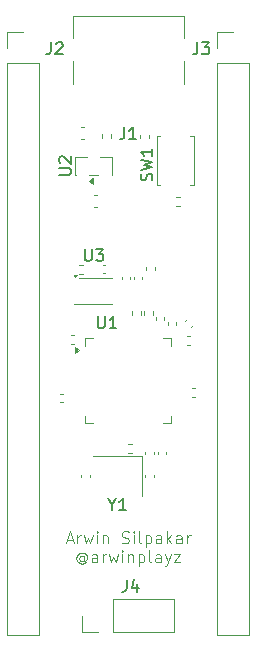
<source format=gbr>
%TF.GenerationSoftware,KiCad,Pcbnew,9.0.6*%
%TF.CreationDate,2025-12-19T19:37:15+11:00*%
%TF.ProjectId,Devboard,44657662-6f61-4726-942e-6b696361645f,rev?*%
%TF.SameCoordinates,Original*%
%TF.FileFunction,Legend,Top*%
%TF.FilePolarity,Positive*%
%FSLAX46Y46*%
G04 Gerber Fmt 4.6, Leading zero omitted, Abs format (unit mm)*
G04 Created by KiCad (PCBNEW 9.0.6) date 2025-12-19 19:37:15*
%MOMM*%
%LPD*%
G01*
G04 APERTURE LIST*
%ADD10C,0.100000*%
%ADD11C,0.150000*%
%ADD12C,0.120000*%
G04 APERTURE END LIST*
D10*
X155309523Y-132976760D02*
X155785713Y-132976760D01*
X155214285Y-133262475D02*
X155547618Y-132262475D01*
X155547618Y-132262475D02*
X155880951Y-133262475D01*
X156214285Y-133262475D02*
X156214285Y-132595808D01*
X156214285Y-132786284D02*
X156261904Y-132691046D01*
X156261904Y-132691046D02*
X156309523Y-132643427D01*
X156309523Y-132643427D02*
X156404761Y-132595808D01*
X156404761Y-132595808D02*
X156499999Y-132595808D01*
X156738095Y-132595808D02*
X156928571Y-133262475D01*
X156928571Y-133262475D02*
X157119047Y-132786284D01*
X157119047Y-132786284D02*
X157309523Y-133262475D01*
X157309523Y-133262475D02*
X157499999Y-132595808D01*
X157880952Y-133262475D02*
X157880952Y-132595808D01*
X157880952Y-132262475D02*
X157833333Y-132310094D01*
X157833333Y-132310094D02*
X157880952Y-132357713D01*
X157880952Y-132357713D02*
X157928571Y-132310094D01*
X157928571Y-132310094D02*
X157880952Y-132262475D01*
X157880952Y-132262475D02*
X157880952Y-132357713D01*
X158357142Y-132595808D02*
X158357142Y-133262475D01*
X158357142Y-132691046D02*
X158404761Y-132643427D01*
X158404761Y-132643427D02*
X158499999Y-132595808D01*
X158499999Y-132595808D02*
X158642856Y-132595808D01*
X158642856Y-132595808D02*
X158738094Y-132643427D01*
X158738094Y-132643427D02*
X158785713Y-132738665D01*
X158785713Y-132738665D02*
X158785713Y-133262475D01*
X159976190Y-133214856D02*
X160119047Y-133262475D01*
X160119047Y-133262475D02*
X160357142Y-133262475D01*
X160357142Y-133262475D02*
X160452380Y-133214856D01*
X160452380Y-133214856D02*
X160499999Y-133167236D01*
X160499999Y-133167236D02*
X160547618Y-133071998D01*
X160547618Y-133071998D02*
X160547618Y-132976760D01*
X160547618Y-132976760D02*
X160499999Y-132881522D01*
X160499999Y-132881522D02*
X160452380Y-132833903D01*
X160452380Y-132833903D02*
X160357142Y-132786284D01*
X160357142Y-132786284D02*
X160166666Y-132738665D01*
X160166666Y-132738665D02*
X160071428Y-132691046D01*
X160071428Y-132691046D02*
X160023809Y-132643427D01*
X160023809Y-132643427D02*
X159976190Y-132548189D01*
X159976190Y-132548189D02*
X159976190Y-132452951D01*
X159976190Y-132452951D02*
X160023809Y-132357713D01*
X160023809Y-132357713D02*
X160071428Y-132310094D01*
X160071428Y-132310094D02*
X160166666Y-132262475D01*
X160166666Y-132262475D02*
X160404761Y-132262475D01*
X160404761Y-132262475D02*
X160547618Y-132310094D01*
X160976190Y-133262475D02*
X160976190Y-132595808D01*
X160976190Y-132262475D02*
X160928571Y-132310094D01*
X160928571Y-132310094D02*
X160976190Y-132357713D01*
X160976190Y-132357713D02*
X161023809Y-132310094D01*
X161023809Y-132310094D02*
X160976190Y-132262475D01*
X160976190Y-132262475D02*
X160976190Y-132357713D01*
X161595237Y-133262475D02*
X161499999Y-133214856D01*
X161499999Y-133214856D02*
X161452380Y-133119617D01*
X161452380Y-133119617D02*
X161452380Y-132262475D01*
X161976190Y-132595808D02*
X161976190Y-133595808D01*
X161976190Y-132643427D02*
X162071428Y-132595808D01*
X162071428Y-132595808D02*
X162261904Y-132595808D01*
X162261904Y-132595808D02*
X162357142Y-132643427D01*
X162357142Y-132643427D02*
X162404761Y-132691046D01*
X162404761Y-132691046D02*
X162452380Y-132786284D01*
X162452380Y-132786284D02*
X162452380Y-133071998D01*
X162452380Y-133071998D02*
X162404761Y-133167236D01*
X162404761Y-133167236D02*
X162357142Y-133214856D01*
X162357142Y-133214856D02*
X162261904Y-133262475D01*
X162261904Y-133262475D02*
X162071428Y-133262475D01*
X162071428Y-133262475D02*
X161976190Y-133214856D01*
X163309523Y-133262475D02*
X163309523Y-132738665D01*
X163309523Y-132738665D02*
X163261904Y-132643427D01*
X163261904Y-132643427D02*
X163166666Y-132595808D01*
X163166666Y-132595808D02*
X162976190Y-132595808D01*
X162976190Y-132595808D02*
X162880952Y-132643427D01*
X163309523Y-133214856D02*
X163214285Y-133262475D01*
X163214285Y-133262475D02*
X162976190Y-133262475D01*
X162976190Y-133262475D02*
X162880952Y-133214856D01*
X162880952Y-133214856D02*
X162833333Y-133119617D01*
X162833333Y-133119617D02*
X162833333Y-133024379D01*
X162833333Y-133024379D02*
X162880952Y-132929141D01*
X162880952Y-132929141D02*
X162976190Y-132881522D01*
X162976190Y-132881522D02*
X163214285Y-132881522D01*
X163214285Y-132881522D02*
X163309523Y-132833903D01*
X163785714Y-133262475D02*
X163785714Y-132262475D01*
X163880952Y-132881522D02*
X164166666Y-133262475D01*
X164166666Y-132595808D02*
X163785714Y-132976760D01*
X165023809Y-133262475D02*
X165023809Y-132738665D01*
X165023809Y-132738665D02*
X164976190Y-132643427D01*
X164976190Y-132643427D02*
X164880952Y-132595808D01*
X164880952Y-132595808D02*
X164690476Y-132595808D01*
X164690476Y-132595808D02*
X164595238Y-132643427D01*
X165023809Y-133214856D02*
X164928571Y-133262475D01*
X164928571Y-133262475D02*
X164690476Y-133262475D01*
X164690476Y-133262475D02*
X164595238Y-133214856D01*
X164595238Y-133214856D02*
X164547619Y-133119617D01*
X164547619Y-133119617D02*
X164547619Y-133024379D01*
X164547619Y-133024379D02*
X164595238Y-132929141D01*
X164595238Y-132929141D02*
X164690476Y-132881522D01*
X164690476Y-132881522D02*
X164928571Y-132881522D01*
X164928571Y-132881522D02*
X165023809Y-132833903D01*
X165500000Y-133262475D02*
X165500000Y-132595808D01*
X165500000Y-132786284D02*
X165547619Y-132691046D01*
X165547619Y-132691046D02*
X165595238Y-132643427D01*
X165595238Y-132643427D02*
X165690476Y-132595808D01*
X165690476Y-132595808D02*
X165785714Y-132595808D01*
X156785713Y-134396228D02*
X156738094Y-134348609D01*
X156738094Y-134348609D02*
X156642856Y-134300990D01*
X156642856Y-134300990D02*
X156547618Y-134300990D01*
X156547618Y-134300990D02*
X156452380Y-134348609D01*
X156452380Y-134348609D02*
X156404761Y-134396228D01*
X156404761Y-134396228D02*
X156357142Y-134491466D01*
X156357142Y-134491466D02*
X156357142Y-134586704D01*
X156357142Y-134586704D02*
X156404761Y-134681942D01*
X156404761Y-134681942D02*
X156452380Y-134729561D01*
X156452380Y-134729561D02*
X156547618Y-134777180D01*
X156547618Y-134777180D02*
X156642856Y-134777180D01*
X156642856Y-134777180D02*
X156738094Y-134729561D01*
X156738094Y-134729561D02*
X156785713Y-134681942D01*
X156785713Y-134300990D02*
X156785713Y-134681942D01*
X156785713Y-134681942D02*
X156833332Y-134729561D01*
X156833332Y-134729561D02*
X156880951Y-134729561D01*
X156880951Y-134729561D02*
X156976190Y-134681942D01*
X156976190Y-134681942D02*
X157023809Y-134586704D01*
X157023809Y-134586704D02*
X157023809Y-134348609D01*
X157023809Y-134348609D02*
X156928571Y-134205752D01*
X156928571Y-134205752D02*
X156785713Y-134110514D01*
X156785713Y-134110514D02*
X156595237Y-134062895D01*
X156595237Y-134062895D02*
X156404761Y-134110514D01*
X156404761Y-134110514D02*
X156261904Y-134205752D01*
X156261904Y-134205752D02*
X156166666Y-134348609D01*
X156166666Y-134348609D02*
X156119047Y-134539085D01*
X156119047Y-134539085D02*
X156166666Y-134729561D01*
X156166666Y-134729561D02*
X156261904Y-134872419D01*
X156261904Y-134872419D02*
X156404761Y-134967657D01*
X156404761Y-134967657D02*
X156595237Y-135015276D01*
X156595237Y-135015276D02*
X156785713Y-134967657D01*
X156785713Y-134967657D02*
X156928571Y-134872419D01*
X157880951Y-134872419D02*
X157880951Y-134348609D01*
X157880951Y-134348609D02*
X157833332Y-134253371D01*
X157833332Y-134253371D02*
X157738094Y-134205752D01*
X157738094Y-134205752D02*
X157547618Y-134205752D01*
X157547618Y-134205752D02*
X157452380Y-134253371D01*
X157880951Y-134824800D02*
X157785713Y-134872419D01*
X157785713Y-134872419D02*
X157547618Y-134872419D01*
X157547618Y-134872419D02*
X157452380Y-134824800D01*
X157452380Y-134824800D02*
X157404761Y-134729561D01*
X157404761Y-134729561D02*
X157404761Y-134634323D01*
X157404761Y-134634323D02*
X157452380Y-134539085D01*
X157452380Y-134539085D02*
X157547618Y-134491466D01*
X157547618Y-134491466D02*
X157785713Y-134491466D01*
X157785713Y-134491466D02*
X157880951Y-134443847D01*
X158357142Y-134872419D02*
X158357142Y-134205752D01*
X158357142Y-134396228D02*
X158404761Y-134300990D01*
X158404761Y-134300990D02*
X158452380Y-134253371D01*
X158452380Y-134253371D02*
X158547618Y-134205752D01*
X158547618Y-134205752D02*
X158642856Y-134205752D01*
X158880952Y-134205752D02*
X159071428Y-134872419D01*
X159071428Y-134872419D02*
X159261904Y-134396228D01*
X159261904Y-134396228D02*
X159452380Y-134872419D01*
X159452380Y-134872419D02*
X159642856Y-134205752D01*
X160023809Y-134872419D02*
X160023809Y-134205752D01*
X160023809Y-133872419D02*
X159976190Y-133920038D01*
X159976190Y-133920038D02*
X160023809Y-133967657D01*
X160023809Y-133967657D02*
X160071428Y-133920038D01*
X160071428Y-133920038D02*
X160023809Y-133872419D01*
X160023809Y-133872419D02*
X160023809Y-133967657D01*
X160499999Y-134205752D02*
X160499999Y-134872419D01*
X160499999Y-134300990D02*
X160547618Y-134253371D01*
X160547618Y-134253371D02*
X160642856Y-134205752D01*
X160642856Y-134205752D02*
X160785713Y-134205752D01*
X160785713Y-134205752D02*
X160880951Y-134253371D01*
X160880951Y-134253371D02*
X160928570Y-134348609D01*
X160928570Y-134348609D02*
X160928570Y-134872419D01*
X161404761Y-134205752D02*
X161404761Y-135205752D01*
X161404761Y-134253371D02*
X161499999Y-134205752D01*
X161499999Y-134205752D02*
X161690475Y-134205752D01*
X161690475Y-134205752D02*
X161785713Y-134253371D01*
X161785713Y-134253371D02*
X161833332Y-134300990D01*
X161833332Y-134300990D02*
X161880951Y-134396228D01*
X161880951Y-134396228D02*
X161880951Y-134681942D01*
X161880951Y-134681942D02*
X161833332Y-134777180D01*
X161833332Y-134777180D02*
X161785713Y-134824800D01*
X161785713Y-134824800D02*
X161690475Y-134872419D01*
X161690475Y-134872419D02*
X161499999Y-134872419D01*
X161499999Y-134872419D02*
X161404761Y-134824800D01*
X162452380Y-134872419D02*
X162357142Y-134824800D01*
X162357142Y-134824800D02*
X162309523Y-134729561D01*
X162309523Y-134729561D02*
X162309523Y-133872419D01*
X163261904Y-134872419D02*
X163261904Y-134348609D01*
X163261904Y-134348609D02*
X163214285Y-134253371D01*
X163214285Y-134253371D02*
X163119047Y-134205752D01*
X163119047Y-134205752D02*
X162928571Y-134205752D01*
X162928571Y-134205752D02*
X162833333Y-134253371D01*
X163261904Y-134824800D02*
X163166666Y-134872419D01*
X163166666Y-134872419D02*
X162928571Y-134872419D01*
X162928571Y-134872419D02*
X162833333Y-134824800D01*
X162833333Y-134824800D02*
X162785714Y-134729561D01*
X162785714Y-134729561D02*
X162785714Y-134634323D01*
X162785714Y-134634323D02*
X162833333Y-134539085D01*
X162833333Y-134539085D02*
X162928571Y-134491466D01*
X162928571Y-134491466D02*
X163166666Y-134491466D01*
X163166666Y-134491466D02*
X163261904Y-134443847D01*
X163642857Y-134205752D02*
X163880952Y-134872419D01*
X164119047Y-134205752D02*
X163880952Y-134872419D01*
X163880952Y-134872419D02*
X163785714Y-135110514D01*
X163785714Y-135110514D02*
X163738095Y-135158133D01*
X163738095Y-135158133D02*
X163642857Y-135205752D01*
X164404762Y-134205752D02*
X164928571Y-134205752D01*
X164928571Y-134205752D02*
X164404762Y-134872419D01*
X164404762Y-134872419D02*
X164928571Y-134872419D01*
D11*
X162507200Y-102533332D02*
X162554819Y-102390475D01*
X162554819Y-102390475D02*
X162554819Y-102152380D01*
X162554819Y-102152380D02*
X162507200Y-102057142D01*
X162507200Y-102057142D02*
X162459580Y-102009523D01*
X162459580Y-102009523D02*
X162364342Y-101961904D01*
X162364342Y-101961904D02*
X162269104Y-101961904D01*
X162269104Y-101961904D02*
X162173866Y-102009523D01*
X162173866Y-102009523D02*
X162126247Y-102057142D01*
X162126247Y-102057142D02*
X162078628Y-102152380D01*
X162078628Y-102152380D02*
X162031009Y-102342856D01*
X162031009Y-102342856D02*
X161983390Y-102438094D01*
X161983390Y-102438094D02*
X161935771Y-102485713D01*
X161935771Y-102485713D02*
X161840533Y-102533332D01*
X161840533Y-102533332D02*
X161745295Y-102533332D01*
X161745295Y-102533332D02*
X161650057Y-102485713D01*
X161650057Y-102485713D02*
X161602438Y-102438094D01*
X161602438Y-102438094D02*
X161554819Y-102342856D01*
X161554819Y-102342856D02*
X161554819Y-102104761D01*
X161554819Y-102104761D02*
X161602438Y-101961904D01*
X161554819Y-101628570D02*
X162554819Y-101390475D01*
X162554819Y-101390475D02*
X161840533Y-101199999D01*
X161840533Y-101199999D02*
X162554819Y-101009523D01*
X162554819Y-101009523D02*
X161554819Y-100771428D01*
X162554819Y-99866666D02*
X162554819Y-100438094D01*
X162554819Y-100152380D02*
X161554819Y-100152380D01*
X161554819Y-100152380D02*
X161697676Y-100247618D01*
X161697676Y-100247618D02*
X161792914Y-100342856D01*
X161792914Y-100342856D02*
X161840533Y-100438094D01*
X154654819Y-102074404D02*
X155464342Y-102074404D01*
X155464342Y-102074404D02*
X155559580Y-102026785D01*
X155559580Y-102026785D02*
X155607200Y-101979166D01*
X155607200Y-101979166D02*
X155654819Y-101883928D01*
X155654819Y-101883928D02*
X155654819Y-101693452D01*
X155654819Y-101693452D02*
X155607200Y-101598214D01*
X155607200Y-101598214D02*
X155559580Y-101550595D01*
X155559580Y-101550595D02*
X155464342Y-101502976D01*
X155464342Y-101502976D02*
X154654819Y-101502976D01*
X154750057Y-101074404D02*
X154702438Y-101026785D01*
X154702438Y-101026785D02*
X154654819Y-100931547D01*
X154654819Y-100931547D02*
X154654819Y-100693452D01*
X154654819Y-100693452D02*
X154702438Y-100598214D01*
X154702438Y-100598214D02*
X154750057Y-100550595D01*
X154750057Y-100550595D02*
X154845295Y-100502976D01*
X154845295Y-100502976D02*
X154940533Y-100502976D01*
X154940533Y-100502976D02*
X155083390Y-100550595D01*
X155083390Y-100550595D02*
X155654819Y-101122023D01*
X155654819Y-101122023D02*
X155654819Y-100502976D01*
X160166666Y-98054819D02*
X160166666Y-98769104D01*
X160166666Y-98769104D02*
X160119047Y-98911961D01*
X160119047Y-98911961D02*
X160023809Y-99007200D01*
X160023809Y-99007200D02*
X159880952Y-99054819D01*
X159880952Y-99054819D02*
X159785714Y-99054819D01*
X161166666Y-99054819D02*
X160595238Y-99054819D01*
X160880952Y-99054819D02*
X160880952Y-98054819D01*
X160880952Y-98054819D02*
X160785714Y-98197676D01*
X160785714Y-98197676D02*
X160690476Y-98292914D01*
X160690476Y-98292914D02*
X160595238Y-98340533D01*
X157938095Y-114054819D02*
X157938095Y-114864342D01*
X157938095Y-114864342D02*
X157985714Y-114959580D01*
X157985714Y-114959580D02*
X158033333Y-115007200D01*
X158033333Y-115007200D02*
X158128571Y-115054819D01*
X158128571Y-115054819D02*
X158319047Y-115054819D01*
X158319047Y-115054819D02*
X158414285Y-115007200D01*
X158414285Y-115007200D02*
X158461904Y-114959580D01*
X158461904Y-114959580D02*
X158509523Y-114864342D01*
X158509523Y-114864342D02*
X158509523Y-114054819D01*
X159509523Y-115054819D02*
X158938095Y-115054819D01*
X159223809Y-115054819D02*
X159223809Y-114054819D01*
X159223809Y-114054819D02*
X159128571Y-114197676D01*
X159128571Y-114197676D02*
X159033333Y-114292914D01*
X159033333Y-114292914D02*
X158938095Y-114340533D01*
X156838095Y-108354819D02*
X156838095Y-109164342D01*
X156838095Y-109164342D02*
X156885714Y-109259580D01*
X156885714Y-109259580D02*
X156933333Y-109307200D01*
X156933333Y-109307200D02*
X157028571Y-109354819D01*
X157028571Y-109354819D02*
X157219047Y-109354819D01*
X157219047Y-109354819D02*
X157314285Y-109307200D01*
X157314285Y-109307200D02*
X157361904Y-109259580D01*
X157361904Y-109259580D02*
X157409523Y-109164342D01*
X157409523Y-109164342D02*
X157409523Y-108354819D01*
X157790476Y-108354819D02*
X158409523Y-108354819D01*
X158409523Y-108354819D02*
X158076190Y-108735771D01*
X158076190Y-108735771D02*
X158219047Y-108735771D01*
X158219047Y-108735771D02*
X158314285Y-108783390D01*
X158314285Y-108783390D02*
X158361904Y-108831009D01*
X158361904Y-108831009D02*
X158409523Y-108926247D01*
X158409523Y-108926247D02*
X158409523Y-109164342D01*
X158409523Y-109164342D02*
X158361904Y-109259580D01*
X158361904Y-109259580D02*
X158314285Y-109307200D01*
X158314285Y-109307200D02*
X158219047Y-109354819D01*
X158219047Y-109354819D02*
X157933333Y-109354819D01*
X157933333Y-109354819D02*
X157838095Y-109307200D01*
X157838095Y-109307200D02*
X157790476Y-109259580D01*
X159133809Y-129991241D02*
X159133809Y-130467432D01*
X158800476Y-129467432D02*
X159133809Y-129991241D01*
X159133809Y-129991241D02*
X159467142Y-129467432D01*
X160324285Y-130467432D02*
X159752857Y-130467432D01*
X160038571Y-130467432D02*
X160038571Y-129467432D01*
X160038571Y-129467432D02*
X159943333Y-129610289D01*
X159943333Y-129610289D02*
X159848095Y-129705527D01*
X159848095Y-129705527D02*
X159752857Y-129753146D01*
X166366666Y-90854819D02*
X166366666Y-91569104D01*
X166366666Y-91569104D02*
X166319047Y-91711961D01*
X166319047Y-91711961D02*
X166223809Y-91807200D01*
X166223809Y-91807200D02*
X166080952Y-91854819D01*
X166080952Y-91854819D02*
X165985714Y-91854819D01*
X166747619Y-90854819D02*
X167366666Y-90854819D01*
X167366666Y-90854819D02*
X167033333Y-91235771D01*
X167033333Y-91235771D02*
X167176190Y-91235771D01*
X167176190Y-91235771D02*
X167271428Y-91283390D01*
X167271428Y-91283390D02*
X167319047Y-91331009D01*
X167319047Y-91331009D02*
X167366666Y-91426247D01*
X167366666Y-91426247D02*
X167366666Y-91664342D01*
X167366666Y-91664342D02*
X167319047Y-91759580D01*
X167319047Y-91759580D02*
X167271428Y-91807200D01*
X167271428Y-91807200D02*
X167176190Y-91854819D01*
X167176190Y-91854819D02*
X166890476Y-91854819D01*
X166890476Y-91854819D02*
X166795238Y-91807200D01*
X166795238Y-91807200D02*
X166747619Y-91759580D01*
X160366666Y-136354819D02*
X160366666Y-137069104D01*
X160366666Y-137069104D02*
X160319047Y-137211961D01*
X160319047Y-137211961D02*
X160223809Y-137307200D01*
X160223809Y-137307200D02*
X160080952Y-137354819D01*
X160080952Y-137354819D02*
X159985714Y-137354819D01*
X161271428Y-136688152D02*
X161271428Y-137354819D01*
X161033333Y-136307200D02*
X160795238Y-137021485D01*
X160795238Y-137021485D02*
X161414285Y-137021485D01*
X153966666Y-90854819D02*
X153966666Y-91569104D01*
X153966666Y-91569104D02*
X153919047Y-91711961D01*
X153919047Y-91711961D02*
X153823809Y-91807200D01*
X153823809Y-91807200D02*
X153680952Y-91854819D01*
X153680952Y-91854819D02*
X153585714Y-91854819D01*
X154395238Y-90950057D02*
X154442857Y-90902438D01*
X154442857Y-90902438D02*
X154538095Y-90854819D01*
X154538095Y-90854819D02*
X154776190Y-90854819D01*
X154776190Y-90854819D02*
X154871428Y-90902438D01*
X154871428Y-90902438D02*
X154919047Y-90950057D01*
X154919047Y-90950057D02*
X154966666Y-91045295D01*
X154966666Y-91045295D02*
X154966666Y-91140533D01*
X154966666Y-91140533D02*
X154919047Y-91283390D01*
X154919047Y-91283390D02*
X154347619Y-91854819D01*
X154347619Y-91854819D02*
X154966666Y-91854819D01*
D12*
%TO.C,SW1*%
X162930000Y-98780000D02*
X163230000Y-98780000D01*
X162930000Y-102920000D02*
X162930000Y-98780000D01*
X163230000Y-102920000D02*
X162930000Y-102920000D01*
X165770000Y-98780000D02*
X166070000Y-98780000D01*
X166070000Y-98780000D02*
X166070000Y-102920000D01*
X166070000Y-102920000D02*
X165770000Y-102920000D01*
%TO.C,U2*%
X156040000Y-100552500D02*
X157040000Y-100552500D01*
X156040000Y-102072500D02*
X156040000Y-100552500D01*
X156090000Y-102072500D02*
X156040000Y-102072500D01*
X157990000Y-102072500D02*
X157210000Y-102072500D01*
X158160000Y-100552500D02*
X159160000Y-100552500D01*
X159160000Y-100552500D02*
X159160000Y-102072500D01*
X159160000Y-102072500D02*
X159110000Y-102072500D01*
X157550000Y-102852500D02*
X157220000Y-102612500D01*
X157550000Y-102372500D01*
X157550000Y-102852500D01*
G36*
X157550000Y-102852500D02*
G01*
X157220000Y-102612500D01*
X157550000Y-102372500D01*
X157550000Y-102852500D01*
G37*
%TO.C,C6*%
X160990000Y-110907836D02*
X160990000Y-110692164D01*
X161710000Y-110907836D02*
X161710000Y-110692164D01*
%TO.C,C3*%
X154957836Y-120590000D02*
X154742164Y-120590000D01*
X154957836Y-121310000D02*
X154742164Y-121310000D01*
%TO.C,C8*%
X165492164Y-115740000D02*
X165707836Y-115740000D01*
X165492164Y-116460000D02*
X165707836Y-116460000D01*
%TO.C,C17*%
X158362164Y-109690000D02*
X158577836Y-109690000D01*
X158362164Y-110410000D02*
X158577836Y-110410000D01*
%TO.C,J1*%
X155800000Y-90500000D02*
X155800000Y-88600000D01*
X155800000Y-94400000D02*
X155800000Y-92400000D01*
X165200000Y-88600000D02*
X155800000Y-88600000D01*
X165200000Y-90500000D02*
X165200000Y-88600000D01*
X165200000Y-94400000D02*
X165200000Y-92400000D01*
%TO.C,C12*%
X159940000Y-110907836D02*
X159940000Y-110692164D01*
X160660000Y-110907836D02*
X160660000Y-110692164D01*
%TO.C,U1*%
X156890000Y-115890000D02*
X157540000Y-115890000D01*
X156890000Y-116540000D02*
X156890000Y-115890000D01*
X156890000Y-123110000D02*
X156890000Y-122460000D01*
X157540000Y-123110000D02*
X156890000Y-123110000D01*
X163460000Y-115890000D02*
X164110000Y-115890000D01*
X164110000Y-115890000D02*
X164110000Y-116540000D01*
X164110000Y-122460000D02*
X164110000Y-123110000D01*
X164110000Y-123110000D02*
X163460000Y-123110000D01*
X156360000Y-116900000D02*
X156030000Y-117140000D01*
X156030000Y-116660000D01*
X156360000Y-116900000D01*
G36*
X156360000Y-116900000D02*
G01*
X156030000Y-117140000D01*
X156030000Y-116660000D01*
X156360000Y-116900000D01*
G37*
%TO.C,C7*%
X162040000Y-110107836D02*
X162040000Y-109892164D01*
X162760000Y-110107836D02*
X162760000Y-109892164D01*
%TO.C,C1*%
X165319190Y-114421693D02*
X165471693Y-114269190D01*
X165828307Y-114930810D02*
X165980810Y-114778307D01*
%TO.C,C4*%
X155877836Y-115640000D02*
X155662164Y-115640000D01*
X155877836Y-116360000D02*
X155662164Y-116360000D01*
%TO.C,R6*%
X164546359Y-103920000D02*
X164853641Y-103920000D01*
X164546359Y-104680000D02*
X164853641Y-104680000D01*
%TO.C,C14*%
X157890580Y-103802500D02*
X157609420Y-103802500D01*
X157890580Y-104822500D02*
X157609420Y-104822500D01*
%TO.C,C11*%
X162840000Y-114327836D02*
X162840000Y-114112164D01*
X163560000Y-114327836D02*
X163560000Y-114112164D01*
%TO.C,R7*%
X156643641Y-109670000D02*
X156336359Y-109670000D01*
X156643641Y-110430000D02*
X156336359Y-110430000D01*
%TO.C,R2*%
X161520000Y-98963641D02*
X161520000Y-98656359D01*
X162280000Y-98963641D02*
X162280000Y-98656359D01*
%TO.C,R3*%
X160820000Y-113943641D02*
X160820000Y-113636359D01*
X161580000Y-113943641D02*
X161580000Y-113636359D01*
%TO.C,R1*%
X158320000Y-98953641D02*
X158320000Y-98646359D01*
X159080000Y-98953641D02*
X159080000Y-98646359D01*
%TO.C,C5*%
X163840000Y-114757836D02*
X163840000Y-114542164D01*
X164560000Y-114757836D02*
X164560000Y-114542164D01*
%TO.C,R4*%
X161820000Y-113943641D02*
X161820000Y-113636359D01*
X162580000Y-113943641D02*
X162580000Y-113636359D01*
%TO.C,U3*%
X156314432Y-110765000D02*
X159110000Y-110765000D01*
X159110000Y-113035000D02*
X155890000Y-113035000D01*
X156020000Y-110760000D02*
X155880000Y-110570000D01*
X156160000Y-110570000D01*
X156020000Y-110760000D01*
G36*
X156020000Y-110760000D02*
G01*
X155880000Y-110570000D01*
X156160000Y-110570000D01*
X156020000Y-110760000D01*
G37*
%TO.C,C10*%
X162990000Y-125504777D02*
X162990000Y-125720449D01*
X163710000Y-125504777D02*
X163710000Y-125720449D01*
%TO.C,Y1*%
X161670000Y-125852613D02*
X157550000Y-125852613D01*
X161670000Y-129272613D02*
X161670000Y-125852613D01*
%TO.C,J3*%
X168010000Y-89990000D02*
X169390000Y-89990000D01*
X168010000Y-91370000D02*
X168010000Y-89990000D01*
X168010000Y-92640000D02*
X168010000Y-141010000D01*
X168010000Y-92640000D02*
X170770000Y-92640000D01*
X168010000Y-141010000D02*
X170770000Y-141010000D01*
X170770000Y-92640000D02*
X170770000Y-141010000D01*
%TO.C,C9*%
X165942164Y-120140000D02*
X166157836Y-120140000D01*
X165942164Y-120860000D02*
X166157836Y-120860000D01*
%TO.C,C13*%
X156790580Y-98040000D02*
X156509420Y-98040000D01*
X156790580Y-99060000D02*
X156509420Y-99060000D01*
%TO.C,C15*%
X156550000Y-127670449D02*
X156550000Y-127454777D01*
X157270000Y-127670449D02*
X157270000Y-127454777D01*
%TO.C,J4*%
X156580000Y-140770000D02*
X156580000Y-139390000D01*
X157960000Y-140770000D02*
X156580000Y-140770000D01*
X159230000Y-138010000D02*
X164420000Y-138010000D01*
X159230000Y-140770000D02*
X159230000Y-138010000D01*
X159230000Y-140770000D02*
X164420000Y-140770000D01*
X164420000Y-140770000D02*
X164420000Y-138010000D01*
%TO.C,C2*%
X161940000Y-125504777D02*
X161940000Y-125720449D01*
X162660000Y-125504777D02*
X162660000Y-125720449D01*
%TO.C,J2*%
X150230000Y-89990000D02*
X151610000Y-89990000D01*
X150230000Y-91370000D02*
X150230000Y-89990000D01*
X150230000Y-92640000D02*
X150230000Y-141010000D01*
X150230000Y-92640000D02*
X152990000Y-92640000D01*
X150230000Y-141010000D02*
X152990000Y-141010000D01*
X152990000Y-92640000D02*
X152990000Y-141010000D01*
%TO.C,R5*%
X160506359Y-124832613D02*
X160813641Y-124832613D01*
X160506359Y-125592613D02*
X160813641Y-125592613D01*
%TO.C,C16*%
X161950000Y-127454777D02*
X161950000Y-127670449D01*
X162670000Y-127454777D02*
X162670000Y-127670449D01*
%TD*%
M02*

</source>
